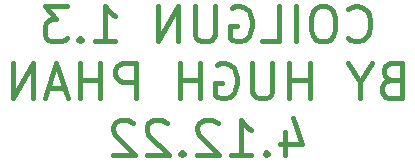
<source format=gbo>
%TF.GenerationSoftware,KiCad,Pcbnew,(6.0.9)*%
%TF.CreationDate,2022-12-04T21:19:42+11:00*%
%TF.ProjectId,Coilgun 1.3,436f696c-6775-46e2-9031-2e332e6b6963,1.3*%
%TF.SameCoordinates,Original*%
%TF.FileFunction,Legend,Bot*%
%TF.FilePolarity,Positive*%
%FSLAX46Y46*%
G04 Gerber Fmt 4.6, Leading zero omitted, Abs format (unit mm)*
G04 Created by KiCad (PCBNEW (6.0.9)) date 2022-12-04 21:19:42*
%MOMM*%
%LPD*%
G01*
G04 APERTURE LIST*
%ADD10C,0.450000*%
G04 APERTURE END LIST*
D10*
X169408571Y-92126428D02*
X169551428Y-92269285D01*
X169980000Y-92412142D01*
X170265714Y-92412142D01*
X170694285Y-92269285D01*
X170980000Y-91983571D01*
X171122857Y-91697857D01*
X171265714Y-91126428D01*
X171265714Y-90697857D01*
X171122857Y-90126428D01*
X170980000Y-89840714D01*
X170694285Y-89555000D01*
X170265714Y-89412142D01*
X169980000Y-89412142D01*
X169551428Y-89555000D01*
X169408571Y-89697857D01*
X167551428Y-89412142D02*
X166980000Y-89412142D01*
X166694285Y-89555000D01*
X166408571Y-89840714D01*
X166265714Y-90412142D01*
X166265714Y-91412142D01*
X166408571Y-91983571D01*
X166694285Y-92269285D01*
X166980000Y-92412142D01*
X167551428Y-92412142D01*
X167837142Y-92269285D01*
X168122857Y-91983571D01*
X168265714Y-91412142D01*
X168265714Y-90412142D01*
X168122857Y-89840714D01*
X167837142Y-89555000D01*
X167551428Y-89412142D01*
X164980000Y-92412142D02*
X164980000Y-89412142D01*
X162122857Y-92412142D02*
X163551428Y-92412142D01*
X163551428Y-89412142D01*
X159551428Y-89555000D02*
X159837142Y-89412142D01*
X160265714Y-89412142D01*
X160694285Y-89555000D01*
X160980000Y-89840714D01*
X161122857Y-90126428D01*
X161265714Y-90697857D01*
X161265714Y-91126428D01*
X161122857Y-91697857D01*
X160980000Y-91983571D01*
X160694285Y-92269285D01*
X160265714Y-92412142D01*
X159980000Y-92412142D01*
X159551428Y-92269285D01*
X159408571Y-92126428D01*
X159408571Y-91126428D01*
X159980000Y-91126428D01*
X158122857Y-89412142D02*
X158122857Y-91840714D01*
X157980000Y-92126428D01*
X157837142Y-92269285D01*
X157551428Y-92412142D01*
X156980000Y-92412142D01*
X156694285Y-92269285D01*
X156551428Y-92126428D01*
X156408571Y-91840714D01*
X156408571Y-89412142D01*
X154980000Y-92412142D02*
X154980000Y-89412142D01*
X153265714Y-92412142D01*
X153265714Y-89412142D01*
X147980000Y-92412142D02*
X149694285Y-92412142D01*
X148837142Y-92412142D02*
X148837142Y-89412142D01*
X149122857Y-89840714D01*
X149408571Y-90126428D01*
X149694285Y-90269285D01*
X146694285Y-92126428D02*
X146551428Y-92269285D01*
X146694285Y-92412142D01*
X146837142Y-92269285D01*
X146694285Y-92126428D01*
X146694285Y-92412142D01*
X145551428Y-89412142D02*
X143694285Y-89412142D01*
X144694285Y-90555000D01*
X144265714Y-90555000D01*
X143980000Y-90697857D01*
X143837142Y-90840714D01*
X143694285Y-91126428D01*
X143694285Y-91840714D01*
X143837142Y-92126428D01*
X143980000Y-92269285D01*
X144265714Y-92412142D01*
X145122857Y-92412142D01*
X145408571Y-92269285D01*
X145551428Y-92126428D01*
X172980000Y-95670714D02*
X172551428Y-95813571D01*
X172408571Y-95956428D01*
X172265714Y-96242142D01*
X172265714Y-96670714D01*
X172408571Y-96956428D01*
X172551428Y-97099285D01*
X172837142Y-97242142D01*
X173980000Y-97242142D01*
X173980000Y-94242142D01*
X172980000Y-94242142D01*
X172694285Y-94385000D01*
X172551428Y-94527857D01*
X172408571Y-94813571D01*
X172408571Y-95099285D01*
X172551428Y-95385000D01*
X172694285Y-95527857D01*
X172980000Y-95670714D01*
X173980000Y-95670714D01*
X170408571Y-95813571D02*
X170408571Y-97242142D01*
X171408571Y-94242142D02*
X170408571Y-95813571D01*
X169408571Y-94242142D01*
X166122857Y-97242142D02*
X166122857Y-94242142D01*
X166122857Y-95670714D02*
X164408571Y-95670714D01*
X164408571Y-97242142D02*
X164408571Y-94242142D01*
X162980000Y-94242142D02*
X162980000Y-96670714D01*
X162837142Y-96956428D01*
X162694285Y-97099285D01*
X162408571Y-97242142D01*
X161837142Y-97242142D01*
X161551428Y-97099285D01*
X161408571Y-96956428D01*
X161265714Y-96670714D01*
X161265714Y-94242142D01*
X158265714Y-94385000D02*
X158551428Y-94242142D01*
X158980000Y-94242142D01*
X159408571Y-94385000D01*
X159694285Y-94670714D01*
X159837142Y-94956428D01*
X159980000Y-95527857D01*
X159980000Y-95956428D01*
X159837142Y-96527857D01*
X159694285Y-96813571D01*
X159408571Y-97099285D01*
X158980000Y-97242142D01*
X158694285Y-97242142D01*
X158265714Y-97099285D01*
X158122857Y-96956428D01*
X158122857Y-95956428D01*
X158694285Y-95956428D01*
X156837142Y-97242142D02*
X156837142Y-94242142D01*
X156837142Y-95670714D02*
X155122857Y-95670714D01*
X155122857Y-97242142D02*
X155122857Y-94242142D01*
X151408571Y-97242142D02*
X151408571Y-94242142D01*
X150265714Y-94242142D01*
X149980000Y-94385000D01*
X149837142Y-94527857D01*
X149694285Y-94813571D01*
X149694285Y-95242142D01*
X149837142Y-95527857D01*
X149980000Y-95670714D01*
X150265714Y-95813571D01*
X151408571Y-95813571D01*
X148408571Y-97242142D02*
X148408571Y-94242142D01*
X148408571Y-95670714D02*
X146694285Y-95670714D01*
X146694285Y-97242142D02*
X146694285Y-94242142D01*
X145408571Y-96385000D02*
X143980000Y-96385000D01*
X145694285Y-97242142D02*
X144694285Y-94242142D01*
X143694285Y-97242142D01*
X142694285Y-97242142D02*
X142694285Y-94242142D01*
X140980000Y-97242142D01*
X140980000Y-94242142D01*
X164051428Y-100072142D02*
X164051428Y-102072142D01*
X164765714Y-98929285D02*
X165480000Y-101072142D01*
X163622857Y-101072142D01*
X162480000Y-101786428D02*
X162337142Y-101929285D01*
X162480000Y-102072142D01*
X162622857Y-101929285D01*
X162480000Y-101786428D01*
X162480000Y-102072142D01*
X159480000Y-102072142D02*
X161194285Y-102072142D01*
X160337142Y-102072142D02*
X160337142Y-99072142D01*
X160622857Y-99500714D01*
X160908571Y-99786428D01*
X161194285Y-99929285D01*
X158337142Y-99357857D02*
X158194285Y-99215000D01*
X157908571Y-99072142D01*
X157194285Y-99072142D01*
X156908571Y-99215000D01*
X156765714Y-99357857D01*
X156622857Y-99643571D01*
X156622857Y-99929285D01*
X156765714Y-100357857D01*
X158480000Y-102072142D01*
X156622857Y-102072142D01*
X155337142Y-101786428D02*
X155194285Y-101929285D01*
X155337142Y-102072142D01*
X155480000Y-101929285D01*
X155337142Y-101786428D01*
X155337142Y-102072142D01*
X154051428Y-99357857D02*
X153908571Y-99215000D01*
X153622857Y-99072142D01*
X152908571Y-99072142D01*
X152622857Y-99215000D01*
X152480000Y-99357857D01*
X152337142Y-99643571D01*
X152337142Y-99929285D01*
X152480000Y-100357857D01*
X154194285Y-102072142D01*
X152337142Y-102072142D01*
X151194285Y-99357857D02*
X151051428Y-99215000D01*
X150765714Y-99072142D01*
X150051428Y-99072142D01*
X149765714Y-99215000D01*
X149622857Y-99357857D01*
X149480000Y-99643571D01*
X149480000Y-99929285D01*
X149622857Y-100357857D01*
X151337142Y-102072142D01*
X149480000Y-102072142D01*
M02*

</source>
